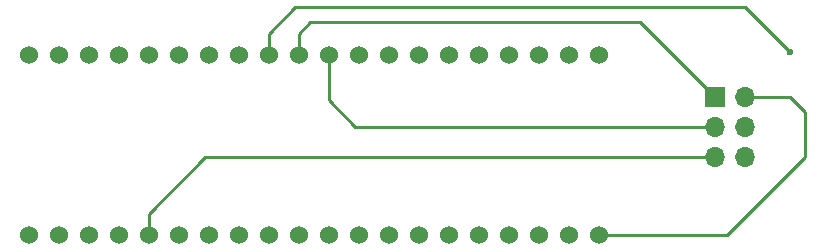
<source format=gbl>
G04 #@! TF.FileFunction,Copper,L2,Bot,Signal*
%FSLAX46Y46*%
G04 Gerber Fmt 4.6, Leading zero omitted, Abs format (unit mm)*
G04 Created by KiCad (PCBNEW 4.0.6) date Mon Apr 17 18:07:37 2017*
%MOMM*%
%LPD*%
G01*
G04 APERTURE LIST*
%ADD10C,0.100000*%
%ADD11R,1.700000X1.700000*%
%ADD12O,1.700000X1.700000*%
%ADD13C,1.524000*%
%ADD14C,0.600000*%
%ADD15C,0.250000*%
G04 APERTURE END LIST*
D10*
D11*
X226060000Y-113030000D03*
D12*
X228600000Y-113030000D03*
X226060000Y-115570000D03*
X228600000Y-115570000D03*
X226060000Y-118110000D03*
X228600000Y-118110000D03*
D13*
X167915001Y-124735001D03*
X170455001Y-124735001D03*
X172995001Y-124735001D03*
X175535001Y-124735001D03*
X178075001Y-124735001D03*
X180615001Y-124735001D03*
X183155001Y-124735001D03*
X185695001Y-124735001D03*
X188235001Y-124735001D03*
X190775001Y-124735001D03*
X193315001Y-124735001D03*
X195855001Y-124735001D03*
X198395001Y-124735001D03*
X200935001Y-124735001D03*
X203475001Y-124735001D03*
X206015001Y-124735001D03*
X208555001Y-124735001D03*
X211095001Y-124735001D03*
X213635001Y-124735001D03*
X216175001Y-124735001D03*
X216175001Y-109495001D03*
X213635001Y-109495001D03*
X211095001Y-109495001D03*
X208555001Y-109495001D03*
X206015001Y-109495001D03*
X203475001Y-109495001D03*
X200935001Y-109495001D03*
X198395001Y-109495001D03*
X195855001Y-109495001D03*
X193315001Y-109495001D03*
X190775001Y-109495001D03*
X188235001Y-109495001D03*
X185695001Y-109495001D03*
X183155001Y-109495001D03*
X180615001Y-109495001D03*
X178075001Y-109495001D03*
X175535001Y-109495001D03*
X172995001Y-109495001D03*
X170455001Y-109495001D03*
X167915001Y-109495001D03*
D14*
X232410000Y-109220000D03*
D15*
X190775001Y-109495001D02*
X190775001Y-107674999D01*
X219710000Y-106680000D02*
X226060000Y-113030000D01*
X191770000Y-106680000D02*
X219710000Y-106680000D01*
X190775001Y-107674999D02*
X191770000Y-106680000D01*
X193315001Y-109495001D02*
X193315001Y-113305001D01*
X195580000Y-115570000D02*
X226060000Y-115570000D01*
X193315001Y-113305001D02*
X195580000Y-115570000D01*
X188235001Y-109495001D02*
X188235001Y-107674999D01*
X228600000Y-105410000D02*
X232410000Y-109220000D01*
X190500000Y-105410000D02*
X228600000Y-105410000D01*
X188235001Y-107674999D02*
X190500000Y-105410000D01*
X178075001Y-124735001D02*
X178075001Y-122914999D01*
X182880000Y-118110000D02*
X226060000Y-118110000D01*
X178075001Y-122914999D02*
X182880000Y-118110000D01*
X216175001Y-124735001D02*
X227054999Y-124735001D01*
X232410000Y-113030000D02*
X228600000Y-113030000D01*
X233680000Y-114300000D02*
X232410000Y-113030000D01*
X233680000Y-118110000D02*
X233680000Y-114300000D01*
X227054999Y-124735001D02*
X233680000Y-118110000D01*
M02*

</source>
